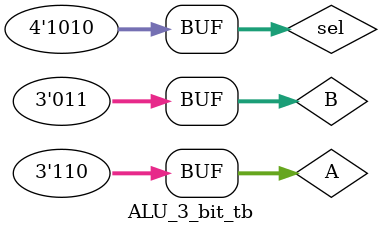
<source format=sv>
module ALU_3_bit_tb;
    // ALU inputs and outputs
    logic [2:0] A;
    logic [2:0] B;
    logic [3:0] sel;
    logic [4:0] F;
    logic V;
    logic Z;

    // Instantiate the ALU
ALU_3_bit DUT (
        .A(A),
        .B(B),
        .sel(sel),
        .F(F),
        .V(V),
        .Z(Z)
);

   initial begin
        // Initial values
        A = 3'b110; B = 3'b011;  // example with negative (signed) number
        // Test all operations
        sel = 4'b0000; #10; // ADD
        sel = 4'b0001; #10; // SUB
        sel = 4'b0010; #10; // 2's complement
        sel = 4'b0011; #10; // OR
        sel = 4'b0100; #10; // AND
        sel = 4'b0101; #10; // XOR
        sel = 4'b0110; #10; // NOT
        sel = 4'b0111; #10; // Shift Left Logical
        sel = 4'b1000; #10; // Shift Right Logical
        sel = 4'b1001; #10; // Arithmetic Shift Right
        sel = 4'b1010; #10; // Arithmetic Shift Left

        // Additional case for overflow
   end

endmodule

</source>
